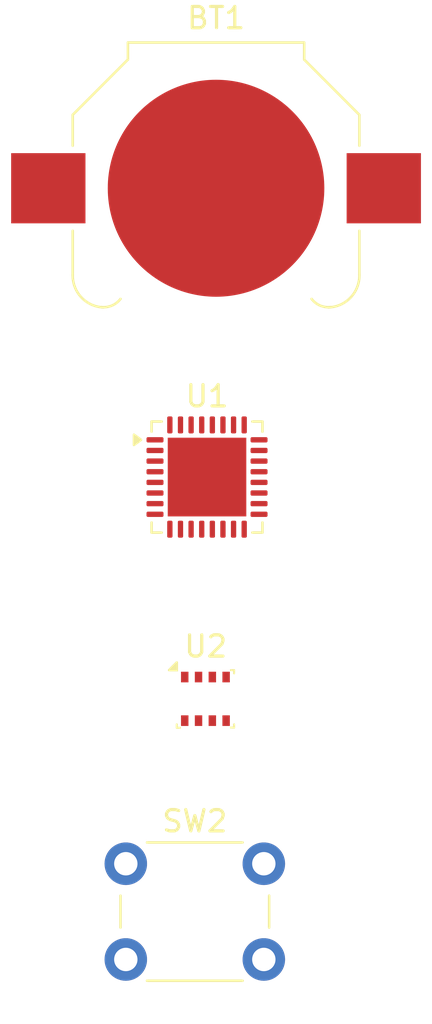
<source format=kicad_pcb>
(kicad_pcb (version 20241229) (generator "pcbnew") (generator_version "9.0")
  (layers (0 "F.Cu" signal) (2 "B.Cu" signal) (13 "F.Paste" user) (15 "B.Paste" user) (5 "F.SilkS" user "F.Silkscreen") (7 "B.SilkS" user "B.Silkscreen") (1 "F.Mask" user) (3 "B.Mask" user) (25 "Edge.Cuts" user))
  (net 0 "")
  (net 1 "/unconnected-(BT1-+-Pad1)")
  (net 14 "Net-(U1-GPIO2)")
  (net 17 "Net-(U1-GPIO9)")
  (net 19 "Net-(U1-VDDA-Pad31)")
  (net 23 "Net-(BT1--)")
  (footprint "Battery:BatteryHolder_Keystone_3000_1x12mm" (layer "F.Cu") (at 64 46)
    (property "Reference" "BT1" (at 0 -8 0) (layer "F.SilkS"))
    (property "Value" "Battery")
    (fp_line (start -6.75 -3.45) (end -4.15 -6.05) (stroke (width 0.12)) (layer "F.SilkS"))
    (fp_line (start -6.75 -2) (end -6.75 -3.45) (stroke (width 0.12)) (layer "F.SilkS"))
    (fp_line (start -6.75 2) (end -6.75 4.1) (stroke (width 0.12)) (layer "F.SilkS"))
    (fp_line (start -4.15 -6.85) (end 4.15 -6.85) (stroke (width 0.12)) (layer "F.SilkS"))
    (fp_line (start -4.15 -6.05) (end -4.15 -6.85) (stroke (width 0.12)) (layer "F.SilkS"))
    (fp_line (start 4.15 -6.85) (end 4.15 -6.05) (stroke (width 0.12)) (layer "F.SilkS"))
    (fp_line (start 4.15 -6.05) (end 6.75 -3.45) (stroke (width 0.12)) (layer "F.SilkS"))
    (fp_line (start 6.75 -3.45) (end 6.75 -2) (stroke (width 0.12)) (layer "F.SilkS"))
    (fp_line (start 6.75 2) (end 6.75 4.1) (stroke (width 0.12)) (layer "F.SilkS"))
    (fp_arc (start -5.3 5.6) (mid -6.346016 5.125305) (end -6.75 4.05) (stroke (width 0.12)) (layer "F.SilkS"))
    (fp_arc (start -4.5 5.2) (mid -4.90584 5.514615) (end -5.414615 5.58416) (stroke (width 0.12)) (layer "F.SilkS"))
    (fp_arc (start 5.414615 5.58416) (mid 4.90584 5.514615) (end 4.5 5.2) (stroke (width 0.12)) (layer "F.SilkS"))
    (fp_arc (start 6.75 4.05) (mid 6.346016 5.125305) (end 5.3 5.6) (stroke (width 0.12)) (layer "F.SilkS"))
    (pad "1" smd rect (at -7.9 0) (size 3.5 3.3) (layers "F.Cu" "F.Mask" "F.Paste") (net 1 "/unconnected-(BT1-+-Pad1)"))
    (pad "1" smd rect (at 7.9 0) (size 3.5 3.3) (layers "F.Cu" "F.Mask" "F.Paste") (net 1 "/unconnected-(BT1-+-Pad1)"))
    (pad "2" smd circle (at 0 0) (size 10.2 10.2) (layers "F.Cu" "F.Mask") (net 23 "Net-(BT1--)"))
  )
  (footprint "Button_Switch_THT:SW_PUSH_6mm" (layer "F.Cu") (at 59.75 77.75)
    (property "Reference" "SW2" (at 3.25 -2 0) (layer "F.SilkS"))
    (property "Value" "SW_Push")
    (fp_line (start -0.25 1.5) (end -0.25 3) (stroke (width 0.12)) (layer "F.SilkS"))
    (fp_line (start 1 5.5) (end 5.5 5.5) (stroke (width 0.12)) (layer "F.SilkS"))
    (fp_line (start 5.5 -1) (end 1 -1) (stroke (width 0.12)) (layer "F.SilkS"))
    (fp_line (start 6.75 3) (end 6.75 1.5) (stroke (width 0.12)) (layer "F.SilkS"))
    (pad "1" thru_hole circle (at 0 0 90) (size 2 2) (drill 1.1) (layers "*.Cu" "*.Mask") (net 14 "Net-(U1-GPIO2)"))
    (pad "1" thru_hole circle (at 6.5 0 90) (size 2 2) (drill 1.1) (layers "*.Cu" "*.Mask") (net 14 "Net-(U1-GPIO2)"))
    (pad "2" thru_hole circle (at 0 4.5 90) (size 2 2) (drill 1.1) (layers "*.Cu" "*.Mask") (net 23 "Net-(BT1--)"))
    (pad "2" thru_hole circle (at 6.5 4.5 90) (size 2 2) (drill 1.1) (layers "*.Cu" "*.Mask") (net 23 "Net-(BT1--)"))
  )
  (footprint "Package_LGA:Bosch_LGA-8_2.5x2.5mm_P0.65mm_ClockwisePinNumbering" (layer "F.Cu") (at 63.5 70)
    (property "Reference" "U2" (at 0.015 -2.465 0) (layer "F.SilkS"))
    (property "Value" "BME280")
    (fp_line (start -1.35 1.35) (end -1.35 1.2) (stroke (width 0.1)) (layer "F.SilkS"))
    (fp_line (start -1.35 1.36) (end -1.2 1.36) (stroke (width 0.1)) (layer "F.SilkS"))
    (fp_line (start 1.2 -1.35) (end 1.35 -1.35) (stroke (width 0.1)) (layer "F.SilkS"))
    (fp_line (start 1.35 -1.35) (end 1.35 -1.2) (stroke (width 0.1)) (layer "F.SilkS"))
    (fp_line (start 1.35 1.35) (end 1.2 1.35) (stroke (width 0.1)) (layer "F.SilkS"))
    (fp_line (start 1.35 1.35) (end 1.35 1.2) (stroke (width 0.1)) (layer "F.SilkS"))
    (fp_poly (pts (xy -1.35 -1.35) (xy -1.71 -1.35) (xy -1.35 -1.71) (xy -1.35 -1.35)) (stroke (width 0.12)) (fill yes) (layer "F.SilkS"))
    (pad "1" smd rect (at -0.975 -1.025 90) (size 0.5 0.35) (layers "F.Cu" "F.Mask" "F.Paste") (net 23 "Net-(BT1--)"))
    (pad "2" smd rect (at -0.325 -1.025 90) (size 0.5 0.35) (layers "F.Cu" "F.Mask" "F.Paste") (net 1 "/unconnected-(BT1-+-Pad1)"))
    (pad "3" smd rect (at 0.325 -1.025 90) (size 0.5 0.35) (layers "F.Cu" "F.Mask" "F.Paste") (net 1 "/unconnected-(BT1-+-Pad1)"))
    (pad "4" smd rect (at 0.975 -1.025 90) (size 0.5 0.35) (layers "F.Cu" "F.Mask" "F.Paste") (net 17 "Net-(U1-GPIO9)"))
    (pad "5" smd rect (at 0.975 1.025 90) (size 0.5 0.35) (layers "F.Cu" "F.Mask" "F.Paste") (net 23 "Net-(BT1--)"))
    (pad "6" smd rect (at 0.325 1.025 90) (size 0.5 0.35) (layers "F.Cu" "F.Mask" "F.Paste"))
    (pad "7" smd rect (at -0.325 1.025 90) (size 0.5 0.35) (layers "F.Cu" "F.Mask" "F.Paste") (net 23 "Net-(BT1--)"))
    (pad "8" smd rect (at -0.975 1.025 90) (size 0.5 0.35) (layers "F.Cu" "F.Mask" "F.Paste") (net 1 "/unconnected-(BT1-+-Pad1)"))
  )
  (footprint "Package_DFN_QFN:QFN-32-1EP_5x5mm_P0.5mm_EP3.7x3.7mm" (layer "F.Cu") (at 63.575 59.575)
    (property "Reference" "U1" (at 0 -3.8 0) (layer "F.SilkS"))
    (property "Value" "ESP32-C3")
    (fp_line (start -2.61 -2.61) (end -2.135 -2.61) (stroke (width 0.12)) (layer "F.SilkS"))
    (fp_line (start -2.61 -2.135) (end -2.61 -2.61) (stroke (width 0.12)) (layer "F.SilkS"))
    (fp_line (start -2.61 2.61) (end -2.61 2.135) (stroke (width 0.12)) (layer "F.SilkS"))
    (fp_line (start -2.135 2.61) (end -2.61 2.61) (stroke (width 0.12)) (layer "F.SilkS"))
    (fp_line (start 2.135 -2.61) (end 2.61 -2.61) (stroke (width 0.12)) (layer "F.SilkS"))
    (fp_line (start 2.61 -2.61) (end 2.61 -2.135) (stroke (width 0.12)) (layer "F.SilkS"))
    (fp_line (start 2.61 2.135) (end 2.61 2.61) (stroke (width 0.12)) (layer "F.SilkS"))
    (fp_line (start 2.61 2.61) (end 2.135 2.61) (stroke (width 0.12)) (layer "F.SilkS"))
    (fp_poly (pts (xy -3.11 -1.75) (xy -3.44 -1.51) (xy -3.44 -1.99)) (stroke (width 0.12)) (fill yes) (layer "F.SilkS"))
    (pad "1" smd roundrect (at -2.45 -1.75) (size 0.8 0.25) (layers "F.Cu" "F.Mask" "F.Paste"))
    (pad "2" smd roundrect (at -2.45 -1.25) (size 0.8 0.25) (layers "F.Cu" "F.Mask" "F.Paste") (net 1 "/unconnected-(BT1-+-Pad1)"))
    (pad "3" smd roundrect (at -2.45 -0.75) (size 0.8 0.25) (layers "F.Cu" "F.Mask" "F.Paste") (net 1 "/unconnected-(BT1-+-Pad1)"))
    (pad "4" smd roundrect (at -2.45 -0.25) (size 0.8 0.25) (layers "F.Cu" "F.Mask" "F.Paste"))
    (pad "5" smd roundrect (at -2.45 0.25) (size 0.8 0.25) (layers "F.Cu" "F.Mask" "F.Paste"))
    (pad "6" smd roundrect (at -2.45 0.75) (size 0.8 0.25) (layers "F.Cu" "F.Mask" "F.Paste") (net 14 "Net-(U1-GPIO2)"))
    (pad "7" smd roundrect (at -2.45 1.25) (size 0.8 0.25) (layers "F.Cu" "F.Mask" "F.Paste"))
    (pad "8" smd roundrect (at -2.45 1.75) (size 0.8 0.25) (layers "F.Cu" "F.Mask" "F.Paste"))
    (pad "9" smd roundrect (at -1.75 2.45) (size 0.25 0.8) (layers "F.Cu" "F.Mask" "F.Paste"))
    (pad "10" smd roundrect (at -1.25 2.45) (size 0.25 0.8) (layers "F.Cu" "F.Mask" "F.Paste"))
    (pad "11" smd roundrect (at -0.75 2.45) (size 0.25 0.8) (layers "F.Cu" "F.Mask" "F.Paste"))
    (pad "12" smd roundrect (at -0.25 2.45) (size 0.25 0.8) (layers "F.Cu" "F.Mask" "F.Paste"))
    (pad "13" smd roundrect (at 0.25 2.45) (size 0.25 0.8) (layers "F.Cu" "F.Mask" "F.Paste"))
    (pad "14" smd roundrect (at 0.75 2.45) (size 0.25 0.8) (layers "F.Cu" "F.Mask" "F.Paste") (net 1 "/unconnected-(BT1-+-Pad1)"))
    (pad "15" smd roundrect (at 1.25 2.45) (size 0.25 0.8) (layers "F.Cu" "F.Mask" "F.Paste") (net 17 "Net-(U1-GPIO9)"))
    (pad "16" smd roundrect (at 1.75 2.45) (size 0.25 0.8) (layers "F.Cu" "F.Mask" "F.Paste"))
    (pad "17" smd roundrect (at 2.45 1.75) (size 0.8 0.25) (layers "F.Cu" "F.Mask" "F.Paste"))
    (pad "18" smd roundrect (at 2.45 1.25) (size 0.8 0.25) (layers "F.Cu" "F.Mask" "F.Paste"))
    (pad "19" smd roundrect (at 2.45 0.75) (size 0.8 0.25) (layers "F.Cu" "F.Mask" "F.Paste"))
    (pad "20" smd roundrect (at 2.45 0.25) (size 0.8 0.25) (layers "F.Cu" "F.Mask" "F.Paste"))
    (pad "21" smd roundrect (at 2.45 -0.25) (size 0.8 0.25) (layers "F.Cu" "F.Mask" "F.Paste"))
    (pad "22" smd roundrect (at 2.45 -0.75) (size 0.8 0.25) (layers "F.Cu" "F.Mask" "F.Paste"))
    (pad "23" smd roundrect (at 2.45 -1.25) (size 0.8 0.25) (layers "F.Cu" "F.Mask" "F.Paste"))
    (pad "24" smd roundrect (at 2.45 -1.75) (size 0.8 0.25) (layers "F.Cu" "F.Mask" "F.Paste"))
    (pad "25" smd roundrect (at 1.75 -2.45) (size 0.25 0.8) (layers "F.Cu" "F.Mask" "F.Paste"))
    (pad "26" smd roundrect (at 1.25 -2.45) (size 0.25 0.8) (layers "F.Cu" "F.Mask" "F.Paste"))
    (pad "27" smd roundrect (at 0.75 -2.45) (size 0.25 0.8) (layers "F.Cu" "F.Mask" "F.Paste"))
    (pad "28" smd roundrect (at 0.25 -2.45) (size 0.25 0.8) (layers "F.Cu" "F.Mask" "F.Paste"))
    (pad "29" smd roundrect (at -0.25 -2.45) (size 0.25 0.8) (layers "F.Cu" "F.Mask" "F.Paste"))
    (pad "30" smd roundrect (at -0.75 -2.45) (size 0.25 0.8) (layers "F.Cu" "F.Mask" "F.Paste"))
    (pad "31" smd roundrect (at -1.25 -2.45) (size 0.25 0.8) (layers "F.Cu" "F.Mask" "F.Paste") (net 19 "Net-(U1-VDDA-Pad31)"))
    (pad "32" smd roundrect (at -1.75 -2.45) (size 0.25 0.8) (layers "F.Cu" "F.Mask" "F.Paste") (net 19 "Net-(U1-VDDA-Pad31)"))
    (pad "33" smd rect (at 0 0) (size 3.7 3.7) (property pad_prop_heatsink) (layers "F.Cu" "F.Mask") (net 23 "Net-(BT1--)"))
  )
)
</source>
